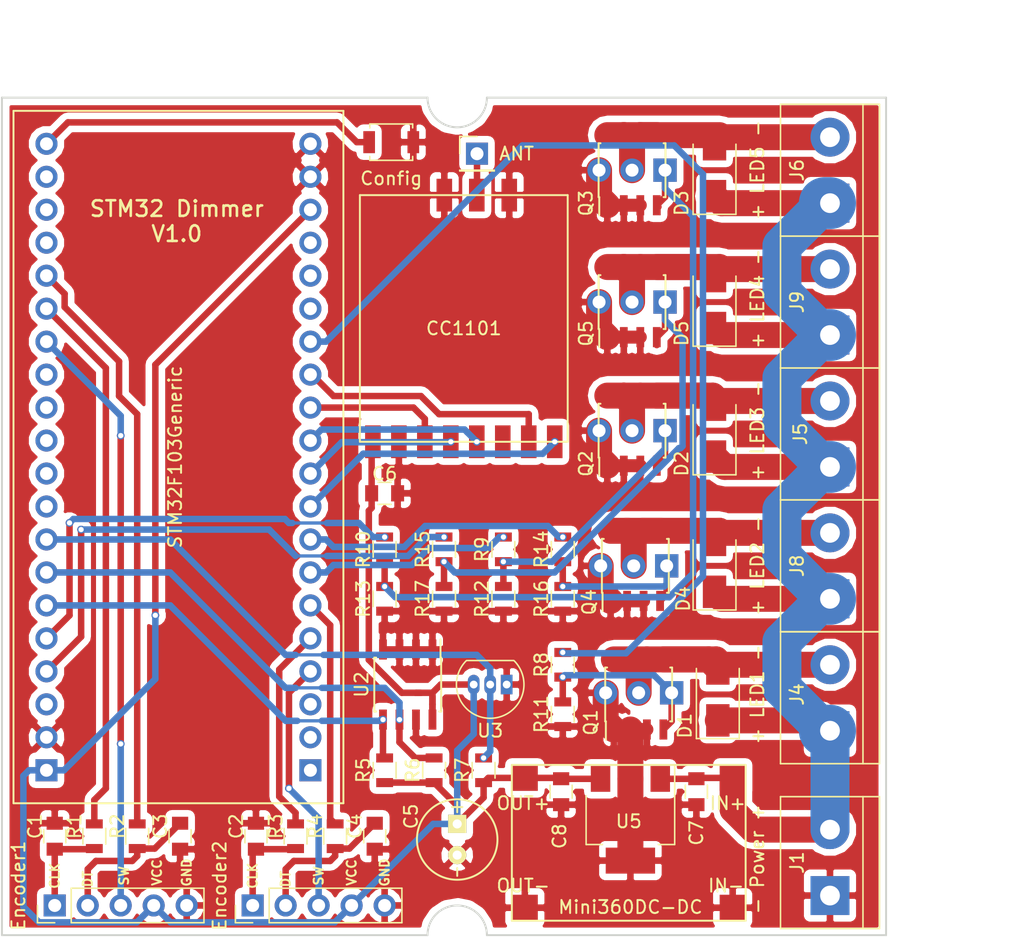
<source format=kicad_pcb>
(kicad_pcb (version 4) (host pcbnew 4.0.7)
  (layers (0 F.Cu signal) (31 B.Cu signal) (34 B.Paste user) (35 F.Paste user) (36 B.SilkS user) (37 F.SilkS user) (38 B.Mask user) (39 F.Mask user) (44 Edge.Cuts user))
  (net 0 "")
  (net 1 "Net-(C1-Pad1)")
  (net 2 GND)
  (net 3 "Net-(C2-Pad1)")
  (net 4 "Net-(C3-Pad1)")
  (net 5 "Net-(C4-Pad1)")
  (net 6 VCC)
  (net 7 +12V)
  (net 8 "Net-(D1-Pad2)")
  (net 9 "Net-(D2-Pad2)")
  (net 10 "Net-(D3-Pad2)")
  (net 11 "Net-(D4-Pad2)")
  (net 12 "Net-(D5-Pad2)")
  (net 13 /MOSI)
  (net 14 /SCLK)
  (net 15 /MISO)
  (net 16 "Net-(IC1-Pad6)")
  (net 17 /GDO0)
  (net 18 /CSN)
  (net 19 "Net-(IC1-Pad9)")
  (net 20 "Net-(Q1-Pad4)")
  (net 21 "Net-(Q2-Pad4)")
  (net 22 "Net-(Q3-Pad4)")
  (net 23 "Net-(Q4-Pad4)")
  (net 24 /CLK1)
  (net 25 /DT1)
  (net 26 /SW1)
  (net 27 /CLK2)
  (net 28 /DT2)
  (net 29 /SW2)
  (net 30 /SDA)
  (net 31 /SCL)
  (net 32 /1WIRE)
  (net 33 /PWM1)
  (net 34 /PWM3)
  (net 35 /PWM5)
  (net 36 /PWM2)
  (net 37 /PWM4)
  (net 38 "Net-(U4-Pad3)")
  (net 39 "Net-(U4-Pad9)")
  (net 40 "Net-(U4-Pad10)")
  (net 41 "Net-(U4-Pad11)")
  (net 42 "Net-(U4-Pad12)")
  (net 43 "Net-(U4-Pad13)")
  (net 44 "Net-(U4-Pad17)")
  (net 45 "Net-(U4-Pad18)")
  (net 46 "Net-(U4-Pad19)")
  (net 47 "Net-(U4-Pad24)")
  (net 48 "Net-(U4-Pad25)")
  (net 49 "Net-(U4-Pad26)")
  (net 50 "Net-(U4-Pad38)")
  (net 51 "Net-(U4-Pad39)")
  (net 52 "Net-(U4-Pad40)")
  (net 53 "Net-(SW1-Pad2)")
  (net 54 "Net-(Q10-Pad1)")
  (module TO_SOT_Packages_THT:TO-220-3_Vertical (layer F.Cu) (at 203.2 73.66 180)
    (fp_text reference Q8 hide)
    (fp_text value IRF3708)
    (pad 1 thru_hole rect (at 0 0 180) (size 1.8 1.8) (drill 1) (layers *.Cu *.Mask) (net 22 "Net-(Q3-Pad4)"))
    (pad 2 thru_hole oval (at 2.54 0 180) (size 1.8 1.8) (drill 1) (layers *.Cu *.Mask) (net 10 "Net-(D3-Pad2)"))
    (pad 3 thru_hole oval (at 5.08 0 180) (size 1.8 1.8) (drill 1) (layers *.Cu *.Mask) (net 2 GND))
  )
  (module TO_SOT_Packages_THT:TO-220-3_Vertical (layer F.Cu) (at 203.2 83.82 180)
    (fp_text reference Q10 hide)
    (fp_text value IRF3708)
    (pad 1 thru_hole rect (at 0 0 180) (size 1.8 1.8) (drill 1) (layers *.Cu *.Mask) (net 54 "Net-(Q10-Pad1)"))
    (pad 2 thru_hole oval (at 2.54 0 180) (size 1.8 1.8) (drill 1) (layers *.Cu *.Mask) (net 12 "Net-(D5-Pad2)"))
    (pad 3 thru_hole oval (at 5.08 0 180) (size 1.8 1.8) (drill 1) (layers *.Cu *.Mask) (net 2 GND))
  )
  (module TO_SOT_Packages_THT:TO-220-3_Vertical (layer F.Cu) (at 203.2 93.726 180)
    (fp_text reference Q7 hide)
    (fp_text value IRF3708)
    (pad 1 thru_hole rect (at 0 0 180) (size 1.8 1.8) (drill 1) (layers *.Cu *.Mask) (net 21 "Net-(Q2-Pad4)"))
    (pad 2 thru_hole oval (at 2.54 0 180) (size 1.8 1.8) (drill 1) (layers *.Cu *.Mask) (net 9 "Net-(D2-Pad2)"))
    (pad 3 thru_hole oval (at 5.08 0 180) (size 1.8 1.8) (drill 1) (layers *.Cu *.Mask) (net 2 GND))
  )
  (module TO_SOT_Packages_THT:TO-220-3_Vertical (layer F.Cu) (at 203.327 104.14 180)
    (fp_text reference Q9 hide)
    (fp_text value IRF3708)
    (pad 1 thru_hole rect (at 0 0 180) (size 1.8 1.8) (drill 1) (layers *.Cu *.Mask) (net 23 "Net-(Q4-Pad4)"))
    (pad 2 thru_hole oval (at 2.54 0 180) (size 1.8 1.8) (drill 1) (layers *.Cu *.Mask) (net 11 "Net-(D4-Pad2)"))
    (pad 3 thru_hole oval (at 5.08 0 180) (size 1.8 1.8) (drill 1) (layers *.Cu *.Mask) (net 2 GND))
  )
  (module TO_SOT_Packages_THT:TO-220-3_Vertical (layer F.Cu) (at 203.708 113.919 180)
    (fp_text reference Q6 hide)
    (fp_text value IRF3708)
    (pad 1 thru_hole rect (at 0 0 180) (size 1.8 1.8) (drill 1) (layers *.Cu *.Mask) (net 20 "Net-(Q1-Pad4)"))
    (pad 2 thru_hole oval (at 2.54 0 180) (size 1.8 1.8) (drill 1) (layers *.Cu *.Mask) (net 8 "Net-(D1-Pad2)"))
    (pad 3 thru_hole oval (at 5.08 0 180) (size 1.8 1.8) (drill 1) (layers *.Cu *.Mask) (net 2 GND))
  )
  (module Modules:STM32F103Generic (layer F.Cu) (at 165.735 104.648 180)
    (fp_text reference U4 hide)
    (fp_text value STM32F103Generic (at 0.254 8.89 270) (layer F.SilkS))
    (pad 1 thru_hole rect (at 10.16 -15.24 180) (size 1.7 1.7) (drill 1) (layers *.Cu *.Mask) (net 6 VCC))
    (pad 2 thru_hole circle (at 10.16 -12.7 180) (size 1.7 1.7) (drill 1) (layers *.Cu *.Mask) (net 2 GND))
    (pad 3 thru_hole circle (at 10.16 -10.16 180) (size 1.7 1.7) (drill 1) (layers *.Cu *.Mask) (net 38 "Net-(U4-Pad3)"))
    (pad 4 thru_hole circle (at 10.16 -7.62 180) (size 1.7 1.7) (drill 1) (layers *.Cu *.Mask) (net 37 /PWM4))
    (pad 5 thru_hole circle (at 10.16 -5.08 180) (size 1.7 1.7) (drill 1) (layers *.Cu *.Mask) (net 35 /PWM5))
    (pad 6 thru_hole circle (at 10.16 -2.54 180) (size 1.7 1.7) (drill 1) (layers *.Cu *.Mask) (net 30 /SDA))
    (pad 7 thru_hole circle (at 10.16 0 180) (size 1.7 1.7) (drill 1) (layers *.Cu *.Mask) (net 31 /SCL))
    (pad 8 thru_hole circle (at 10.16 2.54 180) (size 1.7 1.7) (drill 1) (layers *.Cu *.Mask) (net 32 /1WIRE))
    (pad 9 thru_hole circle (at 10.16 5.08 180) (size 1.7 1.7) (drill 1) (layers *.Cu *.Mask) (net 39 "Net-(U4-Pad9)"))
    (pad 10 thru_hole circle (at 10.16 7.62 180) (size 1.7 1.7) (drill 1) (layers *.Cu *.Mask) (net 40 "Net-(U4-Pad10)"))
    (pad 11 thru_hole circle (at 10.16 10.16 180) (size 1.7 1.7) (drill 1) (layers *.Cu *.Mask) (net 41 "Net-(U4-Pad11)"))
    (pad 12 thru_hole circle (at 10.16 12.7 180) (size 1.7 1.7) (drill 1) (layers *.Cu *.Mask) (net 42 "Net-(U4-Pad12)"))
    (pad 13 thru_hole circle (at 10.16 15.24 180) (size 1.7 1.7) (drill 1) (layers *.Cu *.Mask) (net 43 "Net-(U4-Pad13)"))
    (pad 14 thru_hole circle (at 10.16 17.78 180) (size 1.7 1.7) (drill 1) (layers *.Cu *.Mask) (net 26 /SW1))
    (pad 15 thru_hole circle (at 10.16 20.32 180) (size 1.7 1.7) (drill 1) (layers *.Cu *.Mask) (net 24 /CLK1))
    (pad 16 thru_hole circle (at 10.16 22.86 180) (size 1.7 1.7) (drill 1) (layers *.Cu *.Mask) (net 25 /DT1))
    (pad 17 thru_hole circle (at 10.16 25.4 180) (size 1.7 1.7) (drill 1) (layers *.Cu *.Mask) (net 44 "Net-(U4-Pad17)"))
    (pad 18 thru_hole circle (at 10.16 27.94 180) (size 1.7 1.7) (drill 1) (layers *.Cu *.Mask) (net 45 "Net-(U4-Pad18)"))
    (pad 19 thru_hole circle (at 10.16 30.48 180) (size 1.7 1.7) (drill 1) (layers *.Cu *.Mask) (net 46 "Net-(U4-Pad19)"))
    (pad 20 thru_hole circle (at 10.16 33.02 180) (size 1.7 1.7) (drill 1) (layers *.Cu *.Mask) (net 53 "Net-(SW1-Pad2)"))
    (pad 21 thru_hole circle (at -10.16 33.02 180) (size 1.7 1.7) (drill 1) (layers *.Cu *.Mask) (net 2 GND))
    (pad 22 thru_hole circle (at -10.16 30.48 180) (size 1.7 1.7) (drill 1) (layers *.Cu *.Mask) (net 2 GND))
    (pad 23 thru_hole circle (at -10.16 27.94 180) (size 1.7 1.7) (drill 1) (layers *.Cu *.Mask) (net 6 VCC))
    (pad 24 thru_hole circle (at -10.16 25.4 180) (size 1.7 1.7) (drill 1) (layers *.Cu *.Mask) (net 47 "Net-(U4-Pad24)"))
    (pad 25 thru_hole circle (at -10.16 22.86 180) (size 1.7 1.7) (drill 1) (layers *.Cu *.Mask) (net 48 "Net-(U4-Pad25)"))
    (pad 26 thru_hole circle (at -10.16 20.32 180) (size 1.7 1.7) (drill 1) (layers *.Cu *.Mask) (net 49 "Net-(U4-Pad26)"))
    (pad 27 thru_hole circle (at -10.16 17.78 180) (size 1.7 1.7) (drill 1) (layers *.Cu *.Mask) (net 33 /PWM1))
    (pad 28 thru_hole circle (at -10.16 15.24 180) (size 1.7 1.7) (drill 1) (layers *.Cu *.Mask) (net 17 /GDO0))
    (pad 29 thru_hole circle (at -10.16 12.7 180) (size 1.7 1.7) (drill 1) (layers *.Cu *.Mask) (net 13 /MOSI))
    (pad 30 thru_hole circle (at -10.16 10.16 180) (size 1.7 1.7) (drill 1) (layers *.Cu *.Mask) (net 15 /MISO))
    (pad 31 thru_hole circle (at -10.16 7.62 180) (size 1.7 1.7) (drill 1) (layers *.Cu *.Mask) (net 14 /SCLK))
    (pad 32 thru_hole circle (at -10.16 5.08 180) (size 1.7 1.7) (drill 1) (layers *.Cu *.Mask) (net 18 /CSN))
    (pad 33 thru_hole circle (at -10.16 2.54 180) (size 1.7 1.7) (drill 1) (layers *.Cu *.Mask) (net 36 /PWM2))
    (pad 34 thru_hole circle (at -10.16 0 180) (size 1.7 1.7) (drill 1) (layers *.Cu *.Mask) (net 34 /PWM3))
    (pad 35 thru_hole circle (at -10.16 -2.54 180) (size 1.7 1.7) (drill 1) (layers *.Cu *.Mask) (net 28 /DT2))
    (pad 36 thru_hole circle (at -10.16 -5.08 180) (size 1.7 1.7) (drill 1) (layers *.Cu *.Mask) (net 27 /CLK2))
    (pad 37 thru_hole circle (at -10.16 -7.62 180) (size 1.7 1.7) (drill 1) (layers *.Cu *.Mask) (net 29 /SW2))
    (pad 38 thru_hole circle (at -10.16 -10.16 180) (size 1.7 1.7) (drill 1) (layers *.Cu *.Mask) (net 50 "Net-(U4-Pad38)"))
    (pad 39 thru_hole circle (at -10.16 -12.7 180) (size 1.7 1.7) (drill 1) (layers *.Cu *.Mask) (net 51 "Net-(U4-Pad39)"))
    (pad 40 thru_hole rect (at -10.16 -15.24 180) (size 1.7 1.7) (drill 1) (layers *.Cu *.Mask) (net 52 "Net-(U4-Pad40)"))
  )
  (module Housings_SOIC:SOIC-8_3.9x4.9mm_Pitch1.27mm (layer F.Cu) (at 183.388 113.284 270)
    (fp_text reference U2 (at 0 3.556 270) (layer F.SilkS))
    (fp_text value AT24CS32)
    (pad 1 smd rect (at -2.7 -1.905 270) (size 1.55 0.6) (layers F.Cu F.Paste F.Mask) (net 2 GND))
    (pad 2 smd rect (at -2.7 -0.635 270) (size 1.55 0.6) (layers F.Cu F.Paste F.Mask) (net 2 GND))
    (pad 3 smd rect (at -2.7 0.635 270) (size 1.55 0.6) (layers F.Cu F.Paste F.Mask) (net 2 GND))
    (pad 4 smd rect (at -2.7 1.905 270) (size 1.55 0.6) (layers F.Cu F.Paste F.Mask) (net 2 GND))
    (pad 5 smd rect (at 2.7 1.905 270) (size 1.55 0.6) (layers F.Cu F.Paste F.Mask) (net 30 /SDA))
    (pad 6 smd rect (at 2.7 0.635 270) (size 1.55 0.6) (layers F.Cu F.Paste F.Mask) (net 31 /SCL))
    (pad 7 smd rect (at 2.7 -0.635 270) (size 1.55 0.6) (layers F.Cu F.Paste F.Mask) (net 2 GND))
    (pad 8 smd rect (at 2.7 -1.905 270) (size 1.55 0.6) (layers F.Cu F.Paste F.Mask) (net 6 VCC))
  )
  (module Modules:CC1101_Module (layer F.Cu) (at 187.706 84.582)
    (fp_text reference IC1 hide)
    (fp_text value CC1101 (at 0 1.27) (layer F.SilkS))
    (pad 1 smd rect (at -7 10) (size 1.2 2.524) (layers F.Cu F.Paste F.Mask) (net 6 VCC))
    (pad 2 smd rect (at -5 10) (size 1.2 2.524) (layers F.Cu F.Paste F.Mask) (net 2 GND))
    (pad 3 smd rect (at -3 10) (size 1.2 2.524) (layers F.Cu F.Paste F.Mask) (net 13 /MOSI))
    (pad 4 smd rect (at -1 10) (size 1.2 2.524) (layers F.Cu F.Paste F.Mask) (net 14 /SCLK))
    (pad 5 smd rect (at 1 10) (size 1.2 2.524) (layers F.Cu F.Paste F.Mask) (net 15 /MISO))
    (pad 6 smd rect (at 3 10) (size 1.2 2.524) (layers F.Cu F.Paste F.Mask) (net 16 "Net-(IC1-Pad6)"))
    (pad 7 smd rect (at 5 10) (size 1.2 2.524) (layers F.Cu F.Paste F.Mask) (net 17 /GDO0))
    (pad 8 smd rect (at 7 10) (size 1.2 2.524) (layers F.Cu F.Paste F.Mask) (net 18 /CSN))
    (pad 9 smd rect (at 1 -9) (size 1.2 2.524) (layers F.Cu F.Paste F.Mask) (net 19 "Net-(IC1-Pad9)"))
    (pad 10 smd rect (at -1.5 -9) (size 1.2 2.524) (layers F.Cu F.Paste F.Mask) (net 2 GND))
    (pad 11 smd rect (at 3.5 -9) (size 1.2 2.524) (layers F.Cu F.Paste F.Mask) (net 2 GND))
  )
  (module Capacitors_SMD:C_0805 (layer F.Cu) (at 165.862 124.968 270)
    (fp_text reference C3 (at -0.762 1.524 270) (layer F.SilkS))
    (fp_text value 100n)
    (pad 1 smd rect (at -1 0 270) (size 1 1.25) (layers F.Cu F.Paste F.Mask) (net 4 "Net-(C3-Pad1)"))
    (pad 2 smd rect (at 1 0 270) (size 1 1.25) (layers F.Cu F.Paste F.Mask) (net 2 GND))
  )
  (module Capacitors_SMD:C_0805 (layer F.Cu) (at 180.848 124.968 270)
    (fp_text reference C4 (at -0.762 1.524 270) (layer F.SilkS))
    (fp_text value 100n)
    (pad 1 smd rect (at -1 0 270) (size 1 1.25) (layers F.Cu F.Paste F.Mask) (net 5 "Net-(C4-Pad1)"))
    (pad 2 smd rect (at 1 0 270) (size 1 1.25) (layers F.Cu F.Paste F.Mask) (net 2 GND))
  )
  (module Capacitors_SMD:C_0805 (layer F.Cu) (at 181.61 98.552)
    (fp_text reference C6 (at 0 -1.5) (layer F.SilkS))
    (fp_text value 100n)
    (pad 1 smd rect (at -1 0) (size 1 1.25) (layers F.Cu F.Paste F.Mask) (net 6 VCC))
    (pad 2 smd rect (at 1 0) (size 1 1.25) (layers F.Cu F.Paste F.Mask) (net 2 GND))
  )
  (module Diodes_SMD:D_SMA (layer F.Cu) (at 207.264 114.046 90)
    (fp_text reference D1 (at -2.413 -2.54 90) (layer F.SilkS))
    (fp_text value SS14)
    (pad 1 smd rect (at -2 0 90) (size 2.5 1.8) (layers F.Cu F.Paste F.Mask) (net 7 +12V))
    (pad 2 smd rect (at 2 0 90) (size 2.5 1.8) (layers F.Cu F.Paste F.Mask) (net 8 "Net-(D1-Pad2)"))
  )
  (module Diodes_SMD:D_SMA (layer F.Cu) (at 207.01 93.726 90)
    (fp_text reference D2 (at -2.54 -2.54 90) (layer F.SilkS))
    (fp_text value SS14)
    (pad 1 smd rect (at -2 0 90) (size 2.5 1.8) (layers F.Cu F.Paste F.Mask) (net 7 +12V))
    (pad 2 smd rect (at 2 0 90) (size 2.5 1.8) (layers F.Cu F.Paste F.Mask) (net 9 "Net-(D2-Pad2)"))
  )
  (module Diodes_SMD:D_SMA (layer F.Cu) (at 207.01 73.66 90)
    (fp_text reference D3 (at -2.54 -2.54 90) (layer F.SilkS))
    (fp_text value SS14)
    (pad 1 smd rect (at -2 0 90) (size 2.5 1.8) (layers F.Cu F.Paste F.Mask) (net 7 +12V))
    (pad 2 smd rect (at 2 0 90) (size 2.5 1.8) (layers F.Cu F.Paste F.Mask) (net 10 "Net-(D3-Pad2)"))
  )
  (module Diodes_SMD:D_SMA (layer F.Cu) (at 207.01 104.14 90)
    (fp_text reference D4 (at -2.54 -2.413 90) (layer F.SilkS))
    (fp_text value SS14)
    (pad 1 smd rect (at -2 0 90) (size 2.5 1.8) (layers F.Cu F.Paste F.Mask) (net 7 +12V))
    (pad 2 smd rect (at 2 0 90) (size 2.5 1.8) (layers F.Cu F.Paste F.Mask) (net 11 "Net-(D4-Pad2)"))
  )
  (module Diodes_SMD:D_SMA (layer F.Cu) (at 207.01 83.82 90)
    (fp_text reference D5 (at -2.413 -2.54 90) (layer F.SilkS))
    (fp_text value SS14)
    (pad 1 smd rect (at -2 0 90) (size 2.5 1.8) (layers F.Cu F.Paste F.Mask) (net 7 +12V))
    (pad 2 smd rect (at 2 0 90) (size 2.5 1.8) (layers F.Cu F.Paste F.Mask) (net 12 "Net-(D5-Pad2)"))
  )
  (module Terminal_Blocks:TerminalBlock_bornier-2_P5.08mm (layer F.Cu) (at 215.9 129.54 90)
    (fp_text reference J1 (at 2.54 -2.54 90) (layer F.SilkS))
    (fp_text value "- Power +" (at 2.794 -5.588 90) (layer F.SilkS))
    (pad 1 thru_hole rect (at 0 0 90) (size 3 3) (drill 1.52) (layers *.Cu *.Mask) (net 2 GND))
    (pad 2 thru_hole circle (at 5.08 0 90) (size 3 3) (drill 1.52) (layers *.Cu *.Mask) (net 7 +12V))
  )
  (module Pin_Headers:Pin_Header_Straight_1x05_Pitch2.54mm (layer F.Cu) (at 156.21 130.302 90)
    (fp_text reference J2 hide)
    (fp_text value Encoder1 (at 1.524 -2.794 270) (layer F.SilkS))
    (pad 1 thru_hole rect (at 0 0 90) (size 1.7 1.7) (drill 1) (layers *.Cu *.Mask) (net 1 "Net-(C1-Pad1)"))
    (pad 2 thru_hole oval (at 0 2.54 90) (size 1.7 1.7) (drill 1) (layers *.Cu *.Mask) (net 4 "Net-(C3-Pad1)"))
    (pad 3 thru_hole oval (at 0 5.08 90) (size 1.7 1.7) (drill 1) (layers *.Cu *.Mask) (net 26 /SW1))
    (pad 4 thru_hole oval (at 0 7.62 90) (size 1.7 1.7) (drill 1) (layers *.Cu *.Mask) (net 6 VCC))
    (pad 5 thru_hole oval (at 0 10.16 90) (size 1.7 1.7) (drill 1) (layers *.Cu *.Mask) (net 2 GND))
  )
  (module Pin_Headers:Pin_Header_Straight_1x05_Pitch2.54mm (layer F.Cu) (at 171.45 130.302 90)
    (fp_text reference J3 hide)
    (fp_text value Encoder2 (at 1.524 -2.54 270) (layer F.SilkS))
    (pad 1 thru_hole rect (at 0 0 90) (size 1.7 1.7) (drill 1) (layers *.Cu *.Mask) (net 3 "Net-(C2-Pad1)"))
    (pad 2 thru_hole oval (at 0 2.54 90) (size 1.7 1.7) (drill 1) (layers *.Cu *.Mask) (net 5 "Net-(C4-Pad1)"))
    (pad 3 thru_hole oval (at 0 5.08 90) (size 1.7 1.7) (drill 1) (layers *.Cu *.Mask) (net 29 /SW2))
    (pad 4 thru_hole oval (at 0 7.62 90) (size 1.7 1.7) (drill 1) (layers *.Cu *.Mask) (net 6 VCC))
    (pad 5 thru_hole oval (at 0 10.16 90) (size 1.7 1.7) (drill 1) (layers *.Cu *.Mask) (net 2 GND))
  )
  (module Terminal_Blocks:TerminalBlock_bornier-2_P5.08mm (layer F.Cu) (at 215.9 116.84 90)
    (fp_text reference J4 (at 2.794 -2.54 90) (layer F.SilkS))
    (fp_text value "+ LED1 -" (at 2.794 -5.588 90) (layer F.SilkS))
    (pad 1 thru_hole rect (at 0 0 90) (size 3 3) (drill 1.52) (layers *.Cu *.Mask) (net 7 +12V))
    (pad 2 thru_hole circle (at 5.08 0 90) (size 3 3) (drill 1.52) (layers *.Cu *.Mask) (net 8 "Net-(D1-Pad2)"))
  )
  (module Terminal_Blocks:TerminalBlock_bornier-2_P5.08mm (layer F.Cu) (at 215.9 96.52 90)
    (fp_text reference J5 (at 2.54 -2.286 90) (layer F.SilkS))
    (fp_text value "+ LED3 -" (at 2.794 -5.588 90) (layer F.SilkS))
    (pad 1 thru_hole rect (at 0 0 90) (size 3 3) (drill 1.52) (layers *.Cu *.Mask) (net 7 +12V))
    (pad 2 thru_hole circle (at 5.08 0 90) (size 3 3) (drill 1.52) (layers *.Cu *.Mask) (net 9 "Net-(D2-Pad2)"))
  )
  (module Terminal_Blocks:TerminalBlock_bornier-2_P5.08mm (layer F.Cu) (at 215.9 76.2 90)
    (fp_text reference J6 (at 2.54 -2.54 90) (layer F.SilkS))
    (fp_text value "+ LED5 -" (at 2.54 -5.588 90) (layer F.SilkS))
    (pad 1 thru_hole rect (at 0 0 90) (size 3 3) (drill 1.52) (layers *.Cu *.Mask) (net 7 +12V))
    (pad 2 thru_hole circle (at 5.08 0 90) (size 3 3) (drill 1.52) (layers *.Cu *.Mask) (net 10 "Net-(D3-Pad2)"))
  )
  (module Pin_Headers:Pin_Header_Straight_1x01_Pitch2.54mm (layer F.Cu) (at 188.722 72.39)
    (fp_text reference J7 hide)
    (fp_text value ANT (at 3.048 0) (layer F.SilkS))
    (pad 1 thru_hole rect (at 0 0) (size 1.7 1.7) (drill 1) (layers *.Cu *.Mask) (net 19 "Net-(IC1-Pad9)"))
  )
  (module Terminal_Blocks:TerminalBlock_bornier-2_P5.08mm (layer F.Cu) (at 215.9 106.68 90)
    (fp_text reference J8 (at 2.54 -2.54 90) (layer F.SilkS))
    (fp_text value "+ LED2 -" (at 2.54 -5.588 90) (layer F.SilkS))
    (pad 1 thru_hole rect (at 0 0 90) (size 3 3) (drill 1.52) (layers *.Cu *.Mask) (net 7 +12V))
    (pad 2 thru_hole circle (at 5.08 0 90) (size 3 3) (drill 1.52) (layers *.Cu *.Mask) (net 11 "Net-(D4-Pad2)"))
  )
  (module Terminal_Blocks:TerminalBlock_bornier-2_P5.08mm (layer F.Cu) (at 215.9 86.36 90)
    (fp_text reference J9 (at 2.54 -2.54 90) (layer F.SilkS))
    (fp_text value "+ LED4 -" (at 2.794 -5.588 90) (layer F.SilkS))
    (pad 1 thru_hole rect (at 0 0 90) (size 3 3) (drill 1.52) (layers *.Cu *.Mask) (net 7 +12V))
    (pad 2 thru_hole circle (at 5.08 0 90) (size 3 3) (drill 1.52) (layers *.Cu *.Mask) (net 12 "Net-(D5-Pad2)"))
  )
  (module Housings_SOIC:SOIC-8_3.9x4.9mm_Pitch1.27mm (layer F.Cu) (at 201.168 114.046 90)
    (fp_text reference Q1 (at -2.159 -3.683 90) (layer F.SilkS))
    (fp_text value IRF7413)
    (pad 1 smd rect (at -2.7 -1.905 90) (size 1.55 0.6) (layers F.Cu F.Paste F.Mask) (net 2 GND))
    (pad 2 smd rect (at -2.7 -0.635 90) (size 1.55 0.6) (layers F.Cu F.Paste F.Mask) (net 2 GND))
    (pad 3 smd rect (at -2.7 0.635 90) (size 1.55 0.6) (layers F.Cu F.Paste F.Mask) (net 2 GND))
    (pad 4 smd rect (at -2.7 1.905 90) (size 1.55 0.6) (layers F.Cu F.Paste F.Mask) (net 20 "Net-(Q1-Pad4)"))
    (pad 5 smd rect (at 2.7 1.905 90) (size 1.55 0.6) (layers F.Cu F.Paste F.Mask) (net 8 "Net-(D1-Pad2)"))
    (pad 6 smd rect (at 2.7 0.635 90) (size 1.55 0.6) (layers F.Cu F.Paste F.Mask) (net 8 "Net-(D1-Pad2)"))
    (pad 7 smd rect (at 2.7 -0.635 90) (size 1.55 0.6) (layers F.Cu F.Paste F.Mask) (net 8 "Net-(D1-Pad2)"))
    (pad 8 smd rect (at 2.7 -1.905 90) (size 1.55 0.6) (layers F.Cu F.Paste F.Mask) (net 8 "Net-(D1-Pad2)"))
  )
  (module Housings_SOIC:SOIC-8_3.9x4.9mm_Pitch1.27mm (layer F.Cu) (at 200.66 93.726 90)
    (fp_text reference Q2 (at -2.54 -3.556 90) (layer F.SilkS))
    (fp_text value IRF7413)
    (pad 1 smd rect (at -2.7 -1.905 90) (size 1.55 0.6) (layers F.Cu F.Paste F.Mask) (net 2 GND))
    (pad 2 smd rect (at -2.7 -0.635 90) (size 1.55 0.6) (layers F.Cu F.Paste F.Mask) (net 2 GND))
    (pad 3 smd rect (at -2.7 0.635 90) (size 1.55 0.6) (layers F.Cu F.Paste F.Mask) (net 2 GND))
    (pad 4 smd rect (at -2.7 1.905 90) (size 1.55 0.6) (layers F.Cu F.Paste F.Mask) (net 21 "Net-(Q2-Pad4)"))
    (pad 5 smd rect (at 2.7 1.905 90) (size 1.55 0.6) (layers F.Cu F.Paste F.Mask) (net 9 "Net-(D2-Pad2)"))
    (pad 6 smd rect (at 2.7 0.635 90) (size 1.55 0.6) (layers F.Cu F.Paste F.Mask) (net 9 "Net-(D2-Pad2)"))
    (pad 7 smd rect (at 2.7 -0.635 90) (size 1.55 0.6) (layers F.Cu F.Paste F.Mask) (net 9 "Net-(D2-Pad2)"))
    (pad 8 smd rect (at 2.7 -1.905 90) (size 1.55 0.6) (layers F.Cu F.Paste F.Mask) (net 9 "Net-(D2-Pad2)"))
  )
  (module Housings_SOIC:SOIC-8_3.9x4.9mm_Pitch1.27mm (layer F.Cu) (at 200.66 73.66 90)
    (fp_text reference Q3 (at -2.54 -3.556 90) (layer F.SilkS))
    (fp_text value IRF7413)
    (pad 1 smd rect (at -2.7 -1.905 90) (size 1.55 0.6) (layers F.Cu F.Paste F.Mask) (net 2 GND))
    (pad 2 smd rect (at -2.7 -0.635 90) (size 1.55 0.6) (layers F.Cu F.Paste F.Mask) (net 2 GND))
    (pad 3 smd rect (at -2.7 0.635 90) (size 1.55 0.6) (layers F.Cu F.Paste F.Mask) (net 2 GND))
    (pad 4 smd rect (at -2.7 1.905 90) (size 1.55 0.6) (layers F.Cu F.Paste F.Mask) (net 22 "Net-(Q3-Pad4)"))
    (pad 5 smd rect (at 2.7 1.905 90) (size 1.55 0.6) (layers F.Cu F.Paste F.Mask) (net 10 "Net-(D3-Pad2)"))
    (pad 6 smd rect (at 2.7 0.635 90) (size 1.55 0.6) (layers F.Cu F.Paste F.Mask) (net 10 "Net-(D3-Pad2)"))
    (pad 7 smd rect (at 2.7 -0.635 90) (size 1.55 0.6) (layers F.Cu F.Paste F.Mask) (net 10 "Net-(D3-Pad2)"))
    (pad 8 smd rect (at 2.7 -1.905 90) (size 1.55 0.6) (layers F.Cu F.Paste F.Mask) (net 10 "Net-(D3-Pad2)"))
  )
  (module Housings_SOIC:SOIC-8_3.9x4.9mm_Pitch1.27mm (layer F.Cu) (at 200.914 104.14 90)
    (fp_text reference Q4 (at -2.794 -3.556 90) (layer F.SilkS))
    (fp_text value IRF7413)
    (pad 1 smd rect (at -2.7 -1.905 90) (size 1.55 0.6) (layers F.Cu F.Paste F.Mask) (net 2 GND))
    (pad 2 smd rect (at -2.7 -0.635 90) (size 1.55 0.6) (layers F.Cu F.Paste F.Mask) (net 2 GND))
    (pad 3 smd rect (at -2.7 0.635 90) (size 1.55 0.6) (layers F.Cu F.Paste F.Mask) (net 2 GND))
    (pad 4 smd rect (at -2.7 1.905 90) (size 1.55 0.6) (layers F.Cu F.Paste F.Mask) (net 23 "Net-(Q4-Pad4)"))
    (pad 5 smd rect (at 2.7 1.905 90) (size 1.55 0.6) (layers F.Cu F.Paste F.Mask) (net 11 "Net-(D4-Pad2)"))
    (pad 6 smd rect (at 2.7 0.635 90) (size 1.55 0.6) (layers F.Cu F.Paste F.Mask) (net 11 "Net-(D4-Pad2)"))
    (pad 7 smd rect (at 2.7 -0.635 90) (size 1.55 0.6) (layers F.Cu F.Paste F.Mask) (net 11 "Net-(D4-Pad2)"))
    (pad 8 smd rect (at 2.7 -1.905 90) (size 1.55 0.6) (layers F.Cu F.Paste F.Mask) (net 11 "Net-(D4-Pad2)"))
  )
  (module Housings_SOIC:SOIC-8_3.9x4.9mm_Pitch1.27mm (layer F.Cu) (at 200.66 83.82 90)
    (fp_text reference Q5 (at -2.413 -3.556 90) (layer F.SilkS))
    (fp_text value IRF7413)
    (pad 1 smd rect (at -2.7 -1.905 90) (size 1.55 0.6) (layers F.Cu F.Paste F.Mask) (net 2 GND))
    (pad 2 smd rect (at -2.7 -0.635 90) (size 1.55 0.6) (layers F.Cu F.Paste F.Mask) (net 2 GND))
    (pad 3 smd rect (at -2.7 0.635 90) (size 1.55 0.6) (layers F.Cu F.Paste F.Mask) (net 2 GND))
    (pad 4 smd rect (at -2.7 1.905 90) (size 1.55 0.6) (layers F.Cu F.Paste F.Mask) (net 54 "Net-(Q10-Pad1)"))
    (pad 5 smd rect (at 2.7 1.905 90) (size 1.55 0.6) (layers F.Cu F.Paste F.Mask) (net 12 "Net-(D5-Pad2)"))
    (pad 6 smd rect (at 2.7 0.635 90) (size 1.55 0.6) (layers F.Cu F.Paste F.Mask) (net 12 "Net-(D5-Pad2)"))
    (pad 7 smd rect (at 2.7 -0.635 90) (size 1.55 0.6) (layers F.Cu F.Paste F.Mask) (net 12 "Net-(D5-Pad2)"))
    (pad 8 smd rect (at 2.7 -1.905 90) (size 1.55 0.6) (layers F.Cu F.Paste F.Mask) (net 12 "Net-(D5-Pad2)"))
  )
  (module Resistors_SMD:R_0805 (layer F.Cu) (at 159.258 124.968 270)
    (fp_text reference R1 (at -0.762 1.524 270) (layer F.SilkS))
    (fp_text value 10k)
    (pad 1 smd rect (at -0.95 0 270) (size 0.7 1.3) (layers F.Cu F.Paste F.Mask) (net 24 /CLK1))
    (pad 2 smd rect (at 0.95 0 270) (size 0.7 1.3) (layers F.Cu F.Paste F.Mask) (net 1 "Net-(C1-Pad1)"))
  )
  (module Resistors_SMD:R_0805 (layer F.Cu) (at 162.56 124.968 270)
    (fp_text reference R2 (at -0.762 1.524 270) (layer F.SilkS))
    (fp_text value 10k)
    (pad 1 smd rect (at -0.95 0 270) (size 0.7 1.3) (layers F.Cu F.Paste F.Mask) (net 25 /DT1))
    (pad 2 smd rect (at 0.95 0 270) (size 0.7 1.3) (layers F.Cu F.Paste F.Mask) (net 4 "Net-(C3-Pad1)"))
  )
  (module Resistors_SMD:R_0805 (layer F.Cu) (at 177.8 124.968 270)
    (fp_text reference R4 (at -0.762 1.524 270) (layer F.SilkS))
    (fp_text value 10k)
    (pad 1 smd rect (at -0.95 0 270) (size 0.7 1.3) (layers F.Cu F.Paste F.Mask) (net 28 /DT2))
    (pad 2 smd rect (at 0.95 0 270) (size 0.7 1.3) (layers F.Cu F.Paste F.Mask) (net 5 "Net-(C4-Pad1)"))
  )
  (module Resistors_SMD:R_0805 (layer F.Cu) (at 181.61 119.888 90)
    (fp_text reference R5 (at 0 -1.65 90) (layer F.SilkS))
    (fp_text value 4k7)
    (pad 1 smd rect (at -0.95 0 90) (size 0.7 1.3) (layers F.Cu F.Paste F.Mask) (net 6 VCC))
    (pad 2 smd rect (at 0.95 0 90) (size 0.7 1.3) (layers F.Cu F.Paste F.Mask) (net 30 /SDA))
  )
  (module Resistors_SMD:R_0805 (layer F.Cu) (at 195.326 111.76 90)
    (fp_text reference R8 (at 0 -1.65 90) (layer F.SilkS))
    (fp_text value 100R)
    (pad 1 smd rect (at -0.95 0 90) (size 0.7 1.3) (layers F.Cu F.Paste F.Mask) (net 20 "Net-(Q1-Pad4)"))
    (pad 2 smd rect (at 0.95 0 90) (size 0.7 1.3) (layers F.Cu F.Paste F.Mask) (net 33 /PWM1))
  )
  (module Resistors_SMD:R_0805 (layer F.Cu) (at 190.754 102.87 90)
    (fp_text reference R9 (at 0 -1.65 90) (layer F.SilkS))
    (fp_text value 100R)
    (pad 1 smd rect (at -0.95 0 90) (size 0.7 1.3) (layers F.Cu F.Paste F.Mask) (net 21 "Net-(Q2-Pad4)"))
    (pad 2 smd rect (at 0.95 0 90) (size 0.7 1.3) (layers F.Cu F.Paste F.Mask) (net 34 /PWM3))
  )
  (module Resistors_SMD:R_0805 (layer F.Cu) (at 181.61 102.87 90)
    (fp_text reference R10 (at 0 -1.65 90) (layer F.SilkS))
    (fp_text value 100R)
    (pad 1 smd rect (at -0.95 0 90) (size 0.7 1.3) (layers F.Cu F.Paste F.Mask) (net 22 "Net-(Q3-Pad4)"))
    (pad 2 smd rect (at 0.95 0 90) (size 0.7 1.3) (layers F.Cu F.Paste F.Mask) (net 35 /PWM5))
  )
  (module Resistors_SMD:R_0805 (layer F.Cu) (at 195.326 115.57 90)
    (fp_text reference R11 (at 0 -1.65 90) (layer F.SilkS))
    (fp_text value 100k)
    (pad 1 smd rect (at -0.95 0 90) (size 0.7 1.3) (layers F.Cu F.Paste F.Mask) (net 2 GND))
    (pad 2 smd rect (at 0.95 0 90) (size 0.7 1.3) (layers F.Cu F.Paste F.Mask) (net 20 "Net-(Q1-Pad4)"))
  )
  (module Resistors_SMD:R_0805 (layer F.Cu) (at 190.754 106.68 90)
    (fp_text reference R12 (at 0 -1.65 90) (layer F.SilkS))
    (fp_text value 100k)
    (pad 1 smd rect (at -0.95 0 90) (size 0.7 1.3) (layers F.Cu F.Paste F.Mask) (net 2 GND))
    (pad 2 smd rect (at 0.95 0 90) (size 0.7 1.3) (layers F.Cu F.Paste F.Mask) (net 21 "Net-(Q2-Pad4)"))
  )
  (module Resistors_SMD:R_0805 (layer F.Cu) (at 181.61 106.68 90)
    (fp_text reference R13 (at 0 -1.65 90) (layer F.SilkS))
    (fp_text value 100k)
    (pad 1 smd rect (at -0.95 0 90) (size 0.7 1.3) (layers F.Cu F.Paste F.Mask) (net 2 GND))
    (pad 2 smd rect (at 0.95 0 90) (size 0.7 1.3) (layers F.Cu F.Paste F.Mask) (net 22 "Net-(Q3-Pad4)"))
  )
  (module Resistors_SMD:R_0805 (layer F.Cu) (at 195.326 102.87 90)
    (fp_text reference R14 (at 0 -1.65 90) (layer F.SilkS))
    (fp_text value 100R)
    (pad 1 smd rect (at -0.95 0 90) (size 0.7 1.3) (layers F.Cu F.Paste F.Mask) (net 23 "Net-(Q4-Pad4)"))
    (pad 2 smd rect (at 0.95 0 90) (size 0.7 1.3) (layers F.Cu F.Paste F.Mask) (net 36 /PWM2))
  )
  (module Resistors_SMD:R_0805 (layer F.Cu) (at 186.182 102.87 90)
    (fp_text reference R15 (at 0 -1.65 90) (layer F.SilkS))
    (fp_text value 100R)
    (pad 1 smd rect (at -0.95 0 90) (size 0.7 1.3) (layers F.Cu F.Paste F.Mask) (net 54 "Net-(Q10-Pad1)"))
    (pad 2 smd rect (at 0.95 0 90) (size 0.7 1.3) (layers F.Cu F.Paste F.Mask) (net 37 /PWM4))
  )
  (module Resistors_SMD:R_0805 (layer F.Cu) (at 195.326 106.68 90)
    (fp_text reference R16 (at 0 -1.65 90) (layer F.SilkS))
    (fp_text value 100k)
    (pad 1 smd rect (at -0.95 0 90) (size 0.7 1.3) (layers F.Cu F.Paste F.Mask) (net 2 GND))
    (pad 2 smd rect (at 0.95 0 90) (size 0.7 1.3) (layers F.Cu F.Paste F.Mask) (net 23 "Net-(Q4-Pad4)"))
  )
  (module Resistors_SMD:R_0805 (layer F.Cu) (at 186.182 106.68 90)
    (fp_text reference R17 (at 0 -1.65 90) (layer F.SilkS))
    (fp_text value 100k)
    (pad 1 smd rect (at -0.95 0 90) (size 0.7 1.3) (layers F.Cu F.Paste F.Mask) (net 2 GND))
    (pad 2 smd rect (at 0.95 0 90) (size 0.7 1.3) (layers F.Cu F.Paste F.Mask) (net 54 "Net-(Q10-Pad1)"))
  )
  (module Buttons_Switches_SMD:SW_SPST_B3U-1000P (layer F.Cu) (at 182.118 71.501 180)
    (fp_text reference SW1 hide)
    (fp_text value Config (at 0 -2.794 180) (layer F.SilkS))
    (pad 1 smd rect (at -1.7 0 180) (size 0.9 1.7) (layers F.Cu F.Paste F.Mask) (net 2 GND))
    (pad 2 smd rect (at 1.7 0 180) (size 0.9 1.7) (layers F.Cu F.Paste F.Mask) (net 53 "Net-(SW1-Pad2)"))
  )
  (module TO_SOT_Packages_THT:TO-92_Inline_Narrow_Oval (layer F.Cu) (at 191.008 113.284 180)
    (fp_text reference U3 (at 1.27 -3.56 180) (layer F.SilkS))
    (fp_text value DS18B20)
    (pad 2 thru_hole oval (at 1.27 0) (size 0.9 1.5) (drill 0.6) (layers *.Cu *.Mask) (net 32 /1WIRE))
    (pad 3 thru_hole oval (at 2.54 0) (size 0.9 1.5) (drill 0.6) (layers *.Cu *.Mask) (net 6 VCC))
    (pad 1 thru_hole rect (at 0 0) (size 0.9 1.5) (drill 0.6) (layers *.Cu *.Mask) (net 2 GND))
  )
  (module Capacitors_SMD:C_0805 (layer F.Cu) (at 156.21 124.968 90)
    (fp_text reference C1 (at 0.762 -1.524 90) (layer F.SilkS))
    (fp_text value 100n)
    (pad 1 smd rect (at -1 0 90) (size 1 1.25) (layers F.Cu F.Paste F.Mask) (net 1 "Net-(C1-Pad1)"))
    (pad 2 smd rect (at 1 0 90) (size 1 1.25) (layers F.Cu F.Paste F.Mask) (net 2 GND))
  )
  (module Capacitors_SMD:C_0805 (layer F.Cu) (at 171.704 124.968 90)
    (fp_text reference C2 (at 0.762 -1.524 90) (layer F.SilkS))
    (fp_text value 100n)
    (pad 1 smd rect (at -1 0 90) (size 1 1.25) (layers F.Cu F.Paste F.Mask) (net 3 "Net-(C2-Pad1)"))
    (pad 2 smd rect (at 1 0 90) (size 1 1.25) (layers F.Cu F.Paste F.Mask) (net 2 GND))
  )
  (module Capacitors:RADIAL_2.5mm_6.3mm (layer F.Cu) (at 187.198 125.222 90)
    (fp_text reference C5 (at 1.778 -3.556 270) (layer F.SilkS))
    (fp_text value 100µ hide)
    (pad 1 thru_hole rect (at 1.2 0 90) (size 1.4 1.4) (drill 0.7) (layers *.Cu *.Mask F.SilkS) (net 6 VCC))
    (pad 2 thru_hole circle (at -1.2 0 90) (size 1.4 1.4) (drill 0.7) (layers *.Cu *.Mask F.SilkS) (net 2 GND))
  )
  (module Resistors_SMD:R_0805 (layer F.Cu) (at 174.752 124.968 270)
    (fp_text reference R3 (at -0.762 1.524 270) (layer F.SilkS))
    (fp_text value 10k)
    (pad 1 smd rect (at -0.95 0 270) (size 0.7 1.3) (layers F.Cu F.Paste F.Mask) (net 27 /CLK2))
    (pad 2 smd rect (at 0.95 0 270) (size 0.7 1.3) (layers F.Cu F.Paste F.Mask) (net 3 "Net-(C2-Pad1)"))
  )
  (module Resistors_SMD:R_0805 (layer F.Cu) (at 185.42 119.888 90)
    (fp_text reference R6 (at 0 -1.65 90) (layer F.SilkS))
    (fp_text value 4k7)
    (pad 1 smd rect (at -0.95 0 90) (size 0.7 1.3) (layers F.Cu F.Paste F.Mask) (net 6 VCC))
    (pad 2 smd rect (at 0.95 0 90) (size 0.7 1.3) (layers F.Cu F.Paste F.Mask) (net 31 /SCL))
  )
  (module Resistors_SMD:R_0805 (layer F.Cu) (at 189.23 119.888 90)
    (fp_text reference R7 (at 0 -1.65 90) (layer F.SilkS))
    (fp_text value 4k7)
    (pad 1 smd rect (at -0.95 0 90) (size 0.7 1.3) (layers F.Cu F.Paste F.Mask) (net 6 VCC))
    (pad 2 smd rect (at 0.95 0 90) (size 0.7 1.3) (layers F.Cu F.Paste F.Mask) (net 32 /1WIRE))
  )
  (module Modules:Mini360D_SM (layer F.Cu) (at 200.406 125.476)
    (fp_text reference U1 hide)
    (fp_text value Mini360DC-DC (at 0.127 4.953) (layer F.SilkS))
    (pad 1 smd rect (at 8 -5) (size 2 2) (layers F.Cu F.Paste F.Mask) (net 7 +12V))
    (pad 2 smd rect (at 8 5) (size 2 2) (layers F.Cu F.Paste F.Mask) (net 2 GND))
    (pad 3 smd rect (at -8 -5) (size 2 2) (layers F.Cu F.Paste F.Mask) (net 6 VCC))
    (pad 4 smd rect (at -8 5) (size 2 2) (layers F.Cu F.Paste F.Mask) (net 2 GND))
  )
  (module Capacitors_SMD:C_0805 (layer F.Cu) (at 205.613 121.539 270)
    (fp_text reference C7 (at 3.175 0 270) (layer F.SilkS))
    (fp_text value 1µ)
    (pad 1 smd rect (at -1 0 270) (size 1 1.25) (layers F.Cu F.Paste F.Mask) (net 7 +12V))
    (pad 2 smd rect (at 1 0 270) (size 1 1.25) (layers F.Cu F.Paste F.Mask) (net 2 GND))
  )
  (module Capacitors_SMD:C_0805 (layer F.Cu) (at 195.199 121.539 270)
    (fp_text reference C8 (at 3.429 0.127 270) (layer F.SilkS))
    (fp_text value 100n)
    (pad 1 smd rect (at -1 0 270) (size 1 1.25) (layers F.Cu F.Paste F.Mask) (net 6 VCC))
    (pad 2 smd rect (at 1 0 270) (size 1 1.25) (layers F.Cu F.Paste F.Mask) (net 2 GND))
  )
  (module TO_SOT_Packages_SMD:SOT-223-3_TabPin2 (layer F.Cu) (at 200.533 123.698 270)
    (fp_text reference U5 (at 0.127 0.127 360) (layer F.SilkS))
    (fp_text value MCP1703A)
    (pad 2 smd rect (at 3.15 0 270) (size 2 3.8) (layers F.Cu F.Paste F.Mask) (net 2 GND))
    (pad 2 smd rect (at -3.15 0 270) (size 2 1.5) (layers F.Cu F.Paste F.Mask) (net 2 GND))
    (pad 3 smd rect (at -3.15 2.3 270) (size 2 1.5) (layers F.Cu F.Paste F.Mask) (net 6 VCC))
    (pad 1 smd rect (at -3.15 -2.3 270) (size 2 1.5) (layers F.Cu F.Paste F.Mask) (net 7 +12V))
  )
  (gr_text OUT+ (at 192.278 122.428) (layer F.SilkS) (effects (font (size 1 1))))
  (gr_text OUT- (at 192.278 128.778) (layer F.SilkS) (effects (font (size 1 1))))
  (gr_text IN- (at 207.899 128.778) (layer F.SilkS) (effects (font (size 1 1))))
  (gr_text IN+ (at 208.026 122.428) (layer F.SilkS) (effects (font (size 1 1))))
  (gr_text "STM32 Dimmer\nV1.0" (at 165.608 77.597) (layer F.SilkS) (effects (font (size 1.2 1.2) (thickness 0.2))))
  (gr_line (start 184.912 68.072) (end 152.146 68.072) (angle 90) (layer Edge.Cuts) (width 0.15))
  (gr_line (start 189.484 68.072) (end 220.218 68.072) (angle 90) (layer Edge.Cuts) (width 0.15))
  (gr_arc (start 187.198 68.072) (end 189.484 68.072) (angle 180) (layer Edge.Cuts) (width 0.15))
  (gr_line (start 184.912 132.588) (end 152.146 132.588) (angle 90) (layer Edge.Cuts) (width 0.15))
  (gr_line (start 220.218 132.588) (end 189.484 132.588) (angle 90) (layer Edge.Cuts) (width 0.15))
  (gr_arc (start 187.198 132.588) (end 184.912 132.588) (angle 180) (layer Edge.Cuts) (width 0.15))
  (gr_line (start 152.146 68.072) (end 152.146 132.588) (angle 90) (layer Edge.Cuts) (width 0.15))
  (gr_line (start 220.218 68.072) (end 220.218 132.588) (angle 90) (layer Edge.Cuts) (width 0.15))
  (gr_text GND (at 181.61 127.762 90) (layer F.SilkS) (effects (font (size 0.7 0.7))))
  (gr_text VCC (at 179.07 127.762 90) (layer F.SilkS) (effects (font (size 0.7 0.7))))
  (gr_text SW (at 176.53 128.016 90) (layer F.SilkS) (effects (font (size 0.7 0.7))))
  (gr_text DT (at 173.99 128.27 90) (layer F.SilkS) (effects (font (size 0.7 0.7))))
  (gr_text CLK (at 171.45 128.016 90) (layer F.SilkS) (effects (font (size 0.7 0.7))))
  (gr_text CLK (at 156.21 128.016 90) (layer F.SilkS) (effects (font (size 0.7 0.7))))
  (gr_text DT (at 158.75 128.27 90) (layer F.SilkS) (effects (font (size 0.7 0.7))))
  (gr_text SW (at 161.544 128.016 90) (layer F.SilkS) (effects (font (size 0.7 0.7))))
  (gr_text VCC (at 164.084 127.762 90) (layer F.SilkS) (effects (font (size 0.7 0.7))))
  (gr_text GND (at 166.37 127.762 90) (layer F.SilkS) (effects (font (size 0.7 0.7))))
  (segment (start 156.21 125.968) (end 159.208 125.968) (width 0.5) (layer F.Cu) (net 1))
  (segment (start 159.208 125.968) (end 159.258 125.918) (width 0.5) (layer F.Cu) (net 1))
  (segment (start 156.21 130.302) (end 156.21 125.968) (width 0.5) (layer F.Cu) (net 1))
  (segment (start 198.755 76.36) (end 201.295 76.36) (width 1) (layer F.Cu) (net 2))
  (segment (start 200.533 120.548) (end 200.533 116.746) (width 2) (layer F.Cu) (net 2))
  (segment (start 200.533 120.548) (end 200.533 126.848) (width 2) (layer F.Cu) (net 2))
  (segment (start 198.628 113.919) (end 198.628 116.111) (width 2) (layer F.Cu) (net 2))
  (segment (start 198.628 116.111) (end 199.263 116.746) (width 2) (layer F.Cu) (net 2))
  (segment (start 198.247 104.14) (end 198.247 106.078) (width 2) (layer F.Cu) (net 2))
  (segment (start 198.247 106.078) (end 199.009 106.84) (width 2) (layer F.Cu) (net 2))
  (segment (start 198.12 93.726) (end 198.12 95.791) (width 2) (layer F.Cu) (net 2))
  (segment (start 198.12 95.791) (end 198.755 96.426) (width 2) (layer F.Cu) (net 2))
  (segment (start 198.12 83.82) (end 198.12 85.885) (width 2) (layer F.Cu) (net 2))
  (segment (start 198.12 85.885) (end 198.755 86.52) (width 2) (layer F.Cu) (net 2))
  (segment (start 198.12 73.66) (end 198.12 75.725) (width 2) (layer F.Cu) (net 2))
  (segment (start 198.12 75.725) (end 198.755 76.36) (width 2) (layer F.Cu) (net 2))
  (segment (start 199.009 106.84) (end 200.279 106.84) (width 1) (layer F.Cu) (net 2))
  (segment (start 200.279 106.84) (end 201.549 106.84) (width 1) (layer F.Cu) (net 2))
  (segment (start 198.755 86.52) (end 200.025 86.52) (width 1) (layer F.Cu) (net 2))
  (segment (start 200.025 86.52) (end 201.295 86.52) (width 1) (layer F.Cu) (net 2))
  (segment (start 198.755 96.426) (end 200.025 96.426) (width 1) (layer F.Cu) (net 2))
  (segment (start 200.025 96.426) (end 201.295 96.426) (width 1) (layer F.Cu) (net 2))
  (segment (start 199.263 116.746) (end 200.533 116.746) (width 1) (layer F.Cu) (net 2))
  (segment (start 200.533 116.746) (end 201.803 116.746) (width 1) (layer F.Cu) (net 2))
  (segment (start 181.61 107.63) (end 181.61 107.540002) (width 0.5) (layer F.Cu) (net 2))
  (segment (start 182.61 98.677) (end 182.61 98.552) (width 0.5) (layer F.Cu) (net 2))
  (segment (start 198.374 114.62) (end 198.948 114.62) (width 0.5) (layer F.Cu) (net 2))
  (segment (start 171.704 125.968) (end 174.702 125.968) (width 0.5) (layer F.Cu) (net 3))
  (segment (start 174.702 125.968) (end 174.752 125.918) (width 0.5) (layer F.Cu) (net 3))
  (segment (start 171.45 130.302) (end 171.45 126.222) (width 0.5) (layer F.Cu) (net 3))
  (segment (start 171.45 126.222) (end 171.704 125.968) (width 0.5) (layer F.Cu) (net 3))
  (segment (start 158.75 130.302) (end 158.75 127.508) (width 0.5) (layer F.Cu) (net 4))
  (segment (start 159.385 126.873) (end 162.179 126.873) (width 0.5) (layer F.Cu) (net 4))
  (segment (start 158.75 127.508) (end 159.385 126.873) (width 0.5) (layer F.Cu) (net 4))
  (segment (start 162.56 125.918) (end 163.912 125.918) (width 0.5) (layer F.Cu) (net 4))
  (segment (start 163.912 125.918) (end 165.862 123.968) (width 0.5) (layer F.Cu) (net 4))
  (segment (start 162.179 126.873) (end 162.56 126.492) (width 0.5) (layer F.Cu) (net 4))
  (segment (start 162.56 126.492) (end 162.56 125.918) (width 0.5) (layer F.Cu) (net 4))
  (segment (start 173.99 130.302) (end 173.99 127.508) (width 0.5) (layer F.Cu) (net 5))
  (segment (start 174.625 126.873) (end 177.419 126.873) (width 0.5) (layer F.Cu) (net 5))
  (segment (start 173.99 127.508) (end 174.625 126.873) (width 0.5) (layer F.Cu) (net 5))
  (segment (start 177.8 125.918) (end 178.898 125.918) (width 0.5) (layer F.Cu) (net 5))
  (segment (start 178.898 125.918) (end 180.848 123.968) (width 0.5) (layer F.Cu) (net 5))
  (segment (start 177.419 126.873) (end 177.8 126.492) (width 0.5) (layer F.Cu) (net 5))
  (segment (start 177.8 126.492) (end 177.8 125.918) (width 0.5) (layer F.Cu) (net 5))
  (segment (start 180.392998 111.379) (end 182.932998 113.919) (width 0.5) (layer F.Cu) (net 6))
  (segment (start 180.61 98.552) (end 180.61 99.677) (width 0.5) (layer F.Cu) (net 6))
  (segment (start 180.61 99.677) (end 180.392998 99.894002) (width 0.5) (layer F.Cu) (net 6))
  (segment (start 180.392998 99.894002) (end 180.392998 111.379) (width 0.5) (layer F.Cu) (net 6))
  (segment (start 155.575 119.888) (end 154.225 119.888) (width 0.5) (layer B.Cu) (net 6))
  (segment (start 154.225 119.888) (end 153.797 120.316) (width 0.5) (layer B.Cu) (net 6))
  (segment (start 153.797 120.316) (end 153.797 130.399002) (width 0.5) (layer B.Cu) (net 6))
  (segment (start 154.999999 131.602001) (end 162.529999 131.602001) (width 0.5) (layer B.Cu) (net 6))
  (segment (start 153.797 130.399002) (end 154.999999 131.602001) (width 0.5) (layer B.Cu) (net 6))
  (segment (start 162.529999 131.602001) (end 162.980001 131.151999) (width 0.5) (layer B.Cu) (net 6))
  (segment (start 162.980001 131.151999) (end 163.83 130.302) (width 0.5) (layer B.Cu) (net 6))
  (segment (start 184.023 113.919) (end 184.404 113.919) (width 0.5) (layer F.Cu) (net 6))
  (segment (start 182.932998 113.919) (end 184.023 113.919) (width 0.5) (layer F.Cu) (net 6))
  (segment (start 184.023 113.919) (end 185.293 113.919) (width 0.5) (layer F.Cu) (net 6))
  (segment (start 185.293 115.984) (end 185.293 114.808) (width 0.5) (layer F.Cu) (net 6))
  (segment (start 185.293 114.808) (end 185.293 113.919) (width 0.5) (layer F.Cu) (net 6))
  (segment (start 185.293 115.368998) (end 185.293 115.984) (width 0.5) (layer F.Cu) (net 6))
  (segment (start 163.957 107.95) (end 163.957 88.646) (width 0.5) (layer F.Cu) (net 6))
  (segment (start 163.957 88.646) (end 175.895 76.708) (width 0.5) (layer F.Cu) (net 6))
  (segment (start 155.575 119.888) (end 156.925 119.888) (width 0.5) (layer B.Cu) (net 6))
  (segment (start 156.925 119.888) (end 163.957 112.856) (width 0.5) (layer B.Cu) (net 6))
  (segment (start 163.957 112.856) (end 163.957 107.95) (width 0.5) (layer B.Cu) (net 6))
  (via (at 163.957 107.95) (size 0.6) (drill 0.4) (layers F.Cu B.Cu) (net 6))
  (segment (start 192.406 120.476) (end 195.136 120.476) (width 0.5) (layer F.Cu) (net 6))
  (segment (start 195.136 120.476) (end 195.208 120.548) (width 0.5) (layer F.Cu) (net 6))
  (segment (start 195.208 120.548) (end 198.233 120.548) (width 0.5) (layer F.Cu) (net 6))
  (segment (start 155.194 119.888) (end 155.448 119.888) (width 0.5) (layer B.Cu) (net 6))
  (segment (start 192.478 120.548) (end 192.406 120.476) (width 0.5) (layer F.Cu) (net 6))
  (segment (start 185.293 113.919) (end 185.928 113.284) (width 0.5) (layer F.Cu) (net 6))
  (segment (start 188.468 113.284) (end 185.928 113.284) (width 0.5) (layer F.Cu) (net 6))
  (segment (start 185.293 114.173) (end 185.293 115.984) (width 0.5) (layer F.Cu) (net 6))
  (segment (start 187.198 118.364) (end 188.468 117.094) (width 0.5) (layer B.Cu) (net 6))
  (segment (start 188.468 117.094) (end 188.468 113.284) (width 0.5) (layer B.Cu) (net 6))
  (segment (start 187.198 124.022) (end 187.198 118.364) (width 0.5) (layer B.Cu) (net 6))
  (segment (start 163.83 130.302) (end 165.130001 131.602001) (width 0.5) (layer B.Cu) (net 6))
  (segment (start 165.130001 131.602001) (end 177.769999 131.602001) (width 0.5) (layer B.Cu) (net 6))
  (segment (start 177.769999 131.602001) (end 178.220001 131.151999) (width 0.5) (layer B.Cu) (net 6))
  (segment (start 178.220001 131.151999) (end 179.07 130.302) (width 0.5) (layer B.Cu) (net 6))
  (segment (start 179.07 130.302) (end 185.35 124.022) (width 0.5) (layer B.Cu) (net 6))
  (segment (start 185.35 124.022) (end 187.198 124.022) (width 0.5) (layer B.Cu) (net 6))
  (segment (start 185.42 120.838) (end 181.61 120.838) (width 0.5) (layer F.Cu) (net 6))
  (segment (start 187.198 124.022) (end 187.198 122.616) (width 0.5) (layer F.Cu) (net 6))
  (segment (start 187.198 122.616) (end 185.42 120.838) (width 0.5) (layer F.Cu) (net 6))
  (segment (start 189.23 120.838) (end 189.23 121.99) (width 0.5) (layer F.Cu) (net 6))
  (segment (start 189.23 121.99) (end 187.198 124.022) (width 0.5) (layer F.Cu) (net 6))
  (segment (start 192.406 120.476) (end 189.592 120.476) (width 0.5) (layer F.Cu) (net 6))
  (segment (start 189.592 120.476) (end 189.23 120.838) (width 0.5) (layer F.Cu) (net 6))
  (segment (start 180.61 98.552) (end 180.61 94.678) (width 0.5) (layer F.Cu) (net 6))
  (segment (start 180.61 94.678) (end 180.706 94.582) (width 0.5) (layer F.Cu) (net 6))
  (segment (start 207.264 116.046) (end 215.106 116.046) (width 2) (layer F.Cu) (net 7))
  (segment (start 215.106 116.046) (end 215.9 116.84) (width 2) (layer F.Cu) (net 7))
  (segment (start 208.406 120.476) (end 208.406 122.935) (width 2) (layer F.Cu) (net 7))
  (segment (start 209.931 124.46) (end 215.9 124.46) (width 2) (layer F.Cu) (net 7))
  (segment (start 208.406 122.935) (end 209.931 124.46) (width 2) (layer F.Cu) (net 7))
  (segment (start 208.406 120.476) (end 205.676 120.476) (width 0.5) (layer F.Cu) (net 7))
  (segment (start 205.676 120.476) (end 205.604 120.548) (width 0.5) (layer F.Cu) (net 7))
  (segment (start 205.604 120.548) (end 202.833 120.548) (width 0.5) (layer F.Cu) (net 7))
  (segment (start 202.905 120.476) (end 202.833 120.548) (width 0.5) (layer F.Cu) (net 7))
  (segment (start 207.699 121.183) (end 208.406 120.476) (width 0.5) (layer F.Cu) (net 7))
  (segment (start 208.153 120.729) (end 208.406 120.476) (width 0.5) (layer F.Cu) (net 7))
  (segment (start 215.9 76.2) (end 207.55 76.2) (width 2) (layer F.Cu) (net 7))
  (segment (start 207.55 76.2) (end 207.01 75.66) (width 2) (layer F.Cu) (net 7))
  (segment (start 215.9 124.46) (end 215.9 116.84) (width 3) (layer B.Cu) (net 7))
  (segment (start 215.9 86.36) (end 215.503998 86.36) (width 4) (layer B.Cu) (net 7))
  (segment (start 215.503998 86.36) (end 212.199999 83.056001) (width 3) (layer B.Cu) (net 7))
  (segment (start 212.199999 79.503999) (end 215.503998 76.2) (width 3) (layer B.Cu) (net 7))
  (segment (start 212.199999 83.056001) (end 212.199999 79.503999) (width 3) (layer B.Cu) (net 7))
  (segment (start 215.503998 76.2) (end 215.9 76.2) (width 4) (layer B.Cu) (net 7))
  (segment (start 215.9 96.52) (end 215.503998 96.52) (width 4) (layer B.Cu) (net 7))
  (segment (start 215.503998 96.52) (end 212.199999 93.216001) (width 3) (layer B.Cu) (net 7))
  (segment (start 212.199999 89.663999) (end 215.503998 86.36) (width 3) (layer B.Cu) (net 7))
  (segment (start 212.199999 93.216001) (end 212.199999 89.663999) (width 3) (layer B.Cu) (net 7))
  (segment (start 215.9 106.68) (end 215.503998 106.68) (width 4) (layer B.Cu) (net 7))
  (segment (start 215.503998 106.68) (end 212.199999 103.376001) (width 3) (layer B.Cu) (net 7))
  (segment (start 212.199999 99.823999) (end 215.503998 96.52) (width 3) (layer B.Cu) (net 7))
  (segment (start 212.199999 103.376001) (end 212.199999 99.823999) (width 3) (layer B.Cu) (net 7))
  (segment (start 215.9 116.84) (end 215.503998 116.84) (width 4) (layer B.Cu) (net 7))
  (segment (start 215.503998 116.84) (end 212.199999 113.536001) (width 3) (layer B.Cu) (net 7))
  (segment (start 212.199999 109.983999) (end 215.503998 106.68) (width 3) (layer B.Cu) (net 7))
  (segment (start 212.199999 113.536001) (end 212.199999 109.983999) (width 3) (layer B.Cu) (net 7))
  (segment (start 215.9 106.68) (end 207.55 106.68) (width 2) (layer F.Cu) (net 7))
  (segment (start 215.9 96.52) (end 207.804 96.52) (width 2) (layer F.Cu) (net 7))
  (segment (start 207.804 96.52) (end 207.01 95.726) (width 2) (layer F.Cu) (net 7))
  (segment (start 215.9 86.36) (end 207.55 86.36) (width 2) (layer F.Cu) (net 7))
  (segment (start 201.168 113.919) (end 201.168 111.981) (width 2) (layer F.Cu) (net 8))
  (segment (start 201.168 111.981) (end 200.533 111.346) (width 2) (layer F.Cu) (net 8))
  (segment (start 203.073 111.346) (end 206.564 111.346) (width 2) (layer F.Cu) (net 8))
  (segment (start 206.564 111.346) (end 207.264 112.046) (width 2) (layer F.Cu) (net 8))
  (segment (start 215.9 111.76) (end 207.55 111.76) (width 2) (layer F.Cu) (net 8))
  (segment (start 207.55 111.76) (end 207.136 111.346) (width 2) (layer F.Cu) (net 8))
  (segment (start 207.136 111.346) (end 201.803 111.346) (width 2) (layer F.Cu) (net 8))
  (segment (start 201.803 111.346) (end 200.533 111.346) (width 2) (layer F.Cu) (net 8))
  (segment (start 200.533 111.346) (end 199.263 111.346) (width 2) (layer F.Cu) (net 8))
  (segment (start 200.66 93.726) (end 200.66 91.661) (width 2) (layer F.Cu) (net 9))
  (segment (start 200.66 91.661) (end 200.025 91.026) (width 2) (layer F.Cu) (net 9))
  (segment (start 202.565 91.026) (end 206.31 91.026) (width 2) (layer F.Cu) (net 9))
  (segment (start 206.31 91.026) (end 207.01 91.726) (width 2) (layer F.Cu) (net 9))
  (segment (start 215.9 91.44) (end 207.296 91.44) (width 2) (layer F.Cu) (net 9))
  (segment (start 207.296 91.44) (end 206.882 91.026) (width 2) (layer F.Cu) (net 9))
  (segment (start 206.882 91.026) (end 201.295 91.026) (width 2) (layer F.Cu) (net 9))
  (segment (start 201.295 91.026) (end 200.025 91.026) (width 2) (layer F.Cu) (net 9))
  (segment (start 200.025 91.026) (end 198.755 91.026) (width 2) (layer F.Cu) (net 9))
  (segment (start 200.66 73.66) (end 200.66 71.595) (width 2) (layer F.Cu) (net 10))
  (segment (start 200.66 71.595) (end 200.025 70.96) (width 2) (layer F.Cu) (net 10))
  (segment (start 201.295 70.96) (end 202.565 70.96) (width 2) (layer F.Cu) (net 10))
  (segment (start 215.9 71.12) (end 207.55 71.12) (width 2) (layer F.Cu) (net 10))
  (segment (start 207.39 70.96) (end 201.295 70.96) (width 2) (layer F.Cu) (net 10))
  (segment (start 201.295 70.96) (end 200.025 70.96) (width 2) (layer F.Cu) (net 10))
  (segment (start 200.025 70.96) (end 198.755 70.96) (width 2) (layer F.Cu) (net 10))
  (segment (start 200.787 104.14) (end 200.787 101.948) (width 2) (layer F.Cu) (net 11))
  (segment (start 200.787 101.948) (end 200.279 101.44) (width 2) (layer F.Cu) (net 11))
  (segment (start 201.549 101.44) (end 202.819 101.44) (width 2) (layer F.Cu) (net 11))
  (segment (start 215.9 101.6) (end 207.55 101.6) (width 2) (layer F.Cu) (net 11))
  (segment (start 207.55 101.6) (end 207.39 101.44) (width 2) (layer F.Cu) (net 11))
  (segment (start 207.39 101.44) (end 201.549 101.44) (width 2) (layer F.Cu) (net 11))
  (segment (start 201.549 101.44) (end 200.279 101.44) (width 2) (layer F.Cu) (net 11))
  (segment (start 200.279 101.44) (end 199.009 101.44) (width 2) (layer F.Cu) (net 11))
  (segment (start 200.66 83.82) (end 200.66 81.755) (width 2) (layer F.Cu) (net 12))
  (segment (start 200.66 81.755) (end 200.025 81.12) (width 2) (layer F.Cu) (net 12))
  (segment (start 202.565 81.12) (end 206.31 81.12) (width 2) (layer F.Cu) (net 12))
  (segment (start 206.31 81.12) (end 207.01 81.82) (width 2) (layer F.Cu) (net 12))
  (segment (start 215.9 81.28) (end 207.55 81.28) (width 2) (layer F.Cu) (net 12))
  (segment (start 207.55 81.28) (end 207.39 81.12) (width 2) (layer F.Cu) (net 12))
  (segment (start 207.39 81.12) (end 201.295 81.12) (width 2) (layer F.Cu) (net 12))
  (segment (start 201.295 81.12) (end 200.025 81.12) (width 2) (layer F.Cu) (net 12))
  (segment (start 200.025 81.12) (end 198.755 81.12) (width 2) (layer F.Cu) (net 12))
  (segment (start 175.895 91.948) (end 183.834 91.948) (width 0.5) (layer F.Cu) (net 13))
  (segment (start 183.834 91.948) (end 184.706 92.82) (width 0.5) (layer F.Cu) (net 13))
  (segment (start 184.706 92.82) (end 184.706 94.582) (width 0.5) (layer F.Cu) (net 13))
  (segment (start 175.949 91.513) (end 175.514 91.948) (width 0.5) (layer F.Cu) (net 13))
  (segment (start 184.706 93.92) (end 184.706 94.582) (width 0.5) (layer F.Cu) (net 13))
  (segment (start 178.308 94.615) (end 186.673 94.615) (width 0.5) (layer B.Cu) (net 14))
  (segment (start 186.673 94.615) (end 186.706 94.582) (width 0.5) (layer B.Cu) (net 14))
  (via (at 186.706 94.582) (size 0.6) (drill 0.4) (layers F.Cu B.Cu) (net 14))
  (segment (start 175.895 97.028) (end 178.308 94.615) (width 0.5) (layer B.Cu) (net 14))
  (segment (start 175.895 94.488) (end 176.744999 93.638001) (width 0.5) (layer B.Cu) (net 15))
  (segment (start 176.744999 93.638001) (end 187.762001 93.638001) (width 0.5) (layer B.Cu) (net 15))
  (segment (start 187.762001 93.638001) (end 187.977 93.853) (width 0.5) (layer B.Cu) (net 15))
  (segment (start 187.977 93.853) (end 188.706 94.582) (width 0.5) (layer B.Cu) (net 15))
  (via (at 188.706 94.582) (size 0.6) (drill 0.4) (layers F.Cu B.Cu) (net 15))
  (segment (start 175.514 94.488) (end 176.276 94.488) (width 0.5) (layer F.Cu) (net 15))
  (segment (start 188.706 94.504) (end 188.706 94.582) (width 0.5) (layer F.Cu) (net 15))
  (segment (start 188.706 93.71) (end 188.706 94.582) (width 0.5) (layer F.Cu) (net 15))
  (segment (start 188.706 93.92) (end 188.706 94.582) (width 0.25) (layer F.Cu) (net 15))
  (segment (start 175.895 89.408) (end 176.022 89.408) (width 0.5) (layer F.Cu) (net 17))
  (segment (start 176.022 89.408) (end 177.673 91.059) (width 0.5) (layer F.Cu) (net 17))
  (segment (start 185.801 92.456) (end 192.706 92.456) (width 0.5) (layer F.Cu) (net 17))
  (segment (start 184.404 91.059) (end 185.801 92.456) (width 0.5) (layer F.Cu) (net 17))
  (segment (start 177.673 91.059) (end 184.404 91.059) (width 0.5) (layer F.Cu) (net 17))
  (segment (start 192.706 92.456) (end 192.706 94.582) (width 0.5) (layer F.Cu) (net 17))
  (segment (start 192.706 93.92) (end 192.706 94.582) (width 0.5) (layer F.Cu) (net 17))
  (segment (start 175.895 99.568) (end 179.959 95.504) (width 0.5) (layer B.Cu) (net 18))
  (segment (start 179.959 95.504) (end 193.784 95.504) (width 0.5) (layer B.Cu) (net 18))
  (segment (start 193.784 95.504) (end 194.706 94.582) (width 0.5) (layer B.Cu) (net 18))
  (via (at 194.706 94.582) (size 0.6) (drill 0.4) (layers F.Cu B.Cu) (net 18))
  (segment (start 194.724 94.582) (end 194.706 94.582) (width 0.5) (layer F.Cu) (net 18))
  (segment (start 194.706 94.582) (end 194.706 95.244) (width 0.5) (layer F.Cu) (net 18))
  (segment (start 194.818 94.694) (end 194.706 94.582) (width 0.25) (layer F.Cu) (net 18))
  (segment (start 188.722 72.39) (end 188.722 75.566) (width 0.5) (layer F.Cu) (net 19))
  (segment (start 188.722 75.566) (end 188.706 75.582) (width 0.5) (layer F.Cu) (net 19))
  (via (at 195.326 112.71) (size 0.6) (drill 0.4) (layers F.Cu B.Cu) (net 20))
  (segment (start 203.708 113.919) (end 202.357999 112.568999) (width 0.5) (layer B.Cu) (net 20))
  (segment (start 202.357999 112.568999) (end 195.467001 112.568999) (width 0.5) (layer B.Cu) (net 20))
  (segment (start 195.467001 112.568999) (end 195.326 112.71) (width 0.5) (layer B.Cu) (net 20))
  (segment (start 203.708 113.919) (end 203.708 116.111) (width 0.5) (layer F.Cu) (net 20))
  (segment (start 203.708 116.111) (end 203.073 116.746) (width 0.5) (layer F.Cu) (net 20))
  (segment (start 195.326 114.62) (end 195.326 112.71) (width 0.5) (layer F.Cu) (net 20))
  (segment (start 203.2 93.726) (end 203.2 95.791) (width 0.5) (layer F.Cu) (net 21))
  (segment (start 203.2 95.791) (end 202.565 96.426) (width 0.5) (layer F.Cu) (net 21))
  (segment (start 203.2 93.726) (end 203.2 95.126) (width 0.5) (layer B.Cu) (net 21))
  (segment (start 203.2 95.126) (end 194.506 103.82) (width 0.5) (layer B.Cu) (net 21))
  (segment (start 194.506 103.82) (end 190.754 103.82) (width 0.5) (layer B.Cu) (net 21))
  (via (at 190.754 103.82) (size 0.6) (drill 0.4) (layers F.Cu B.Cu) (net 21))
  (segment (start 190.754 104.67) (end 190.754 105.603) (width 0.5) (layer F.Cu) (net 21))
  (segment (start 190.754 103.82) (end 190.754 104.67) (width 0.5) (layer F.Cu) (net 21))
  (segment (start 202.565 96.426) (end 202.565 96.901) (width 0.5) (layer F.Cu) (net 21))
  (segment (start 190.754 103.82) (end 191.054 103.82) (width 0.5) (layer F.Cu) (net 21))
  (segment (start 203.2 73.66) (end 203.2 75.725) (width 0.5) (layer F.Cu) (net 22))
  (segment (start 203.2 75.725) (end 202.565 76.36) (width 0.5) (layer F.Cu) (net 22))
  (segment (start 203.524002 106.553) (end 182.433 106.553) (width 0.5) (layer B.Cu) (net 22))
  (segment (start 182.433 106.553) (end 181.61 105.73) (width 0.5) (layer B.Cu) (net 22))
  (via (at 181.61 105.73) (size 0.6) (drill 0.4) (layers F.Cu B.Cu) (net 22))
  (segment (start 205.359 77.219) (end 205.359 104.718002) (width 0.5) (layer B.Cu) (net 22))
  (segment (start 205.359 104.718002) (end 203.524002 106.553) (width 0.5) (layer B.Cu) (net 22))
  (segment (start 203.2 73.66) (end 203.2 75.06) (width 0.5) (layer B.Cu) (net 22))
  (segment (start 203.2 75.06) (end 205.359 77.219) (width 0.5) (layer B.Cu) (net 22))
  (segment (start 202.692 76.487) (end 202.565 76.36) (width 0.5) (layer F.Cu) (net 22))
  (segment (start 202.565 76.835) (end 202.565 76.36) (width 0.5) (layer F.Cu) (net 22))
  (segment (start 181.61 103.82) (end 181.91 103.82) (width 0.5) (layer F.Cu) (net 22))
  (segment (start 181.61 103.82) (end 181.61 105.73) (width 0.5) (layer F.Cu) (net 22))
  (segment (start 203.327 104.14) (end 203.327 105.54) (width 0.5) (layer B.Cu) (net 23))
  (segment (start 203.327 105.54) (end 203.137 105.73) (width 0.5) (layer B.Cu) (net 23))
  (segment (start 203.137 105.73) (end 195.326 105.73) (width 0.5) (layer B.Cu) (net 23))
  (via (at 195.326 105.73) (size 0.6) (drill 0.4) (layers F.Cu B.Cu) (net 23))
  (segment (start 203.327 104.14) (end 203.327 106.332) (width 0.5) (layer F.Cu) (net 23))
  (segment (start 203.327 106.332) (end 202.819 106.84) (width 0.5) (layer F.Cu) (net 23))
  (segment (start 195.326 105.73) (end 195.326 103.82) (width 0.5) (layer F.Cu) (net 23))
  (segment (start 202.819 106.365) (end 202.819 106.84) (width 0.5) (layer F.Cu) (net 23))
  (segment (start 158.623 87.376) (end 160.147 88.9) (width 0.5) (layer F.Cu) (net 24))
  (segment (start 159.258 122.174) (end 159.258 124.018) (width 0.5) (layer F.Cu) (net 24))
  (segment (start 160.147 121.285) (end 159.258 122.174) (width 0.5) (layer F.Cu) (net 24))
  (segment (start 160.147 88.9) (end 160.147 121.285) (width 0.5) (layer F.Cu) (net 24))
  (segment (start 158.623 87.376) (end 155.575 84.328) (width 0.5) (layer F.Cu) (net 24))
  (segment (start 156.972 83.185) (end 155.575 81.788) (width 0.5) (layer F.Cu) (net 25))
  (segment (start 161.163 88.392) (end 161.163 91.059) (width 0.5) (layer F.Cu) (net 25))
  (segment (start 156.972 83.185) (end 156.972 84.201) (width 0.5) (layer F.Cu) (net 25))
  (segment (start 156.972 84.201) (end 161.163 88.392) (width 0.5) (layer F.Cu) (net 25))
  (segment (start 161.163 91.059) (end 162.56 92.456) (width 0.5) (layer F.Cu) (net 25))
  (segment (start 162.56 124.018) (end 162.56 92.456) (width 0.5) (layer F.Cu) (net 25))
  (segment (start 161.29 94.107) (end 161.29 92.583) (width 0.5) (layer B.Cu) (net 26))
  (segment (start 161.29 92.583) (end 161.163 92.456) (width 0.5) (layer B.Cu) (net 26))
  (segment (start 161.163 92.456) (end 156.424999 87.717999) (width 0.5) (layer B.Cu) (net 26))
  (segment (start 156.424999 87.717999) (end 155.575 86.868) (width 0.5) (layer B.Cu) (net 26))
  (segment (start 161.29 117.856) (end 161.29 94.107) (width 0.5) (layer F.Cu) (net 26))
  (via (at 161.29 94.107) (size 0.6) (drill 0.4) (layers F.Cu B.Cu) (net 26))
  (segment (start 161.29 130.302) (end 161.29 117.856) (width 0.5) (layer B.Cu) (net 26))
  (via (at 161.29 117.856) (size 0.6) (drill 0.4) (layers F.Cu B.Cu) (net 26))
  (segment (start 173.493999 121.909999) (end 173.493999 112.129001) (width 0.5) (layer F.Cu) (net 27))
  (segment (start 173.493999 112.129001) (end 175.045001 110.577999) (width 0.5) (layer F.Cu) (net 27))
  (segment (start 174.752 123.168) (end 173.493999 121.909999) (width 0.5) (layer F.Cu) (net 27))
  (segment (start 174.752 124.018) (end 174.752 123.168) (width 0.5) (layer F.Cu) (net 27))
  (segment (start 175.045001 110.577999) (end 175.895 109.728) (width 0.5) (layer F.Cu) (net 27))
  (segment (start 175.895 107.188) (end 177.419 108.712) (width 0.5) (layer F.Cu) (net 28))
  (segment (start 177.419 108.712) (end 177.419 123.637) (width 0.5) (layer F.Cu) (net 28))
  (segment (start 177.419 123.637) (end 177.8 124.018) (width 0.5) (layer F.Cu) (net 28))
  (segment (start 174.244 121.285) (end 174.244 113.919) (width 0.5) (layer F.Cu) (net 29))
  (segment (start 174.244 113.919) (end 175.895 112.268) (width 0.5) (layer F.Cu) (net 29))
  (segment (start 176.53 123.571) (end 174.244 121.285) (width 0.5) (layer B.Cu) (net 29))
  (segment (start 176.53 130.302) (end 176.53 123.571) (width 0.5) (layer B.Cu) (net 29))
  (via (at 174.244 121.285) (size 0.6) (drill 0.4) (layers F.Cu B.Cu) (net 29))
  (segment (start 181.483 115.984) (end 181.323 115.984) (width 0.5) (layer B.Cu) (net 30))
  (segment (start 181.323 115.984) (end 181.229 116.078) (width 0.5) (layer B.Cu) (net 30))
  (segment (start 180.34 116.078) (end 181.229 116.078) (width 0.5) (layer B.Cu) (net 30))
  (segment (start 174.879 116.078) (end 176.784 116.078) (width 0.25) (layer B.Cu) (net 30))
  (segment (start 176.784 116.078) (end 180.34 116.078) (width 0.5) (layer B.Cu) (net 30))
  (segment (start 165.1 107.188) (end 173.99 116.078) (width 0.5) (layer B.Cu) (net 30))
  (segment (start 155.575 107.188) (end 165.1 107.188) (width 0.5) (layer B.Cu) (net 30))
  (segment (start 174.879 116.078) (end 173.99 116.078) (width 0.5) (layer B.Cu) (net 30))
  (via (at 181.483 115.984) (size 0.6) (drill 0.4) (layers F.Cu B.Cu) (net 30))
  (segment (start 181.483 115.984) (end 181.483 118.811) (width 0.5) (layer F.Cu) (net 30))
  (segment (start 181.483 118.811) (end 181.61 118.938) (width 0.5) (layer F.Cu) (net 30))
  (segment (start 182.753 115.984) (end 182.753 114.681) (width 0.5) (layer B.Cu) (net 31))
  (segment (start 174.752 113.538) (end 176.784 113.538) (width 0.25) (layer B.Cu) (net 31))
  (segment (start 176.784 113.538) (end 181.61 113.538) (width 0.5) (layer B.Cu) (net 31))
  (segment (start 181.61 113.538) (end 182.753 114.681) (width 0.5) (layer B.Cu) (net 31))
  (segment (start 174.752 113.538) (end 173.99 113.538) (width 0.5) (layer B.Cu) (net 31))
  (segment (start 165.1 104.648) (end 173.99 113.538) (width 0.5) (layer B.Cu) (net 31))
  (segment (start 155.575 104.648) (end 165.1 104.648) (width 0.5) (layer B.Cu) (net 31))
  (via (at 182.753 115.984) (size 0.6) (drill 0.4) (layers F.Cu B.Cu) (net 31))
  (segment (start 183.962 118.938) (end 182.753 117.729) (width 0.5) (layer F.Cu) (net 31))
  (segment (start 185.42 118.938) (end 183.962 118.938) (width 0.5) (layer F.Cu) (net 31))
  (segment (start 182.753 117.729) (end 182.753 115.984) (width 0.5) (layer F.Cu) (net 31))
  (segment (start 189.738 113.284) (end 189.738 112.034) (width 0.5) (layer B.Cu) (net 32))
  (segment (start 189.738 112.034) (end 188.702 110.998) (width 0.5) (layer B.Cu) (net 32))
  (segment (start 188.702 110.998) (end 187.752 110.998) (width 0.5) (layer B.Cu) (net 32))
  (segment (start 174.752 110.998) (end 176.911 110.998) (width 0.25) (layer B.Cu) (net 32))
  (segment (start 176.911 110.998) (end 187.752 110.998) (width 0.5) (layer B.Cu) (net 32))
  (segment (start 173.99 110.998) (end 174.752 110.998) (width 0.5) (layer B.Cu) (net 32))
  (segment (start 155.575 102.108) (end 165.1 102.108) (width 0.5) (layer B.Cu) (net 32))
  (segment (start 165.1 102.108) (end 173.99 110.998) (width 0.5) (layer B.Cu) (net 32))
  (via (at 189.23 118.938) (size 0.6) (drill 0.4) (layers F.Cu B.Cu) (net 32))
  (segment (start 189.738 113.284) (end 189.738 118.43) (width 0.5) (layer B.Cu) (net 32))
  (segment (start 189.738 118.43) (end 189.23 118.938) (width 0.5) (layer B.Cu) (net 32))
  (segment (start 200.195967 110.871) (end 195.387 110.871) (width 0.5) (layer B.Cu) (net 33))
  (segment (start 195.387 110.871) (end 195.326 110.81) (width 0.5) (layer B.Cu) (net 33))
  (via (at 195.326 110.81) (size 0.6) (drill 0.4) (layers F.Cu B.Cu) (net 33))
  (segment (start 206.121 73.970998) (end 206.121 104.945967) (width 0.5) (layer B.Cu) (net 33))
  (segment (start 206.121 104.945967) (end 200.195967 110.871) (width 0.5) (layer B.Cu) (net 33))
  (segment (start 192.210081 71.755) (end 203.905002 71.755) (width 0.5) (layer B.Cu) (net 33))
  (segment (start 203.905002 71.755) (end 206.121 73.970998) (width 0.5) (layer B.Cu) (net 33))
  (segment (start 175.895 86.868) (end 177.097081 86.868) (width 0.5) (layer B.Cu) (net 33))
  (segment (start 177.097081 86.868) (end 192.210081 71.755) (width 0.5) (layer B.Cu) (net 33))
  (segment (start 177.66707 104.078011) (end 183.702949 104.078011) (width 0.5) (layer B.Cu) (net 34))
  (segment (start 190.454 101.92) (end 190.754 101.92) (width 0.5) (layer B.Cu) (net 34))
  (segment (start 183.702949 104.078011) (end 185.01096 102.77) (width 0.5) (layer B.Cu) (net 34))
  (segment (start 189.604 102.77) (end 190.454 101.92) (width 0.5) (layer B.Cu) (net 34))
  (segment (start 185.01096 102.77) (end 189.604 102.77) (width 0.5) (layer B.Cu) (net 34))
  (segment (start 175.895 104.648) (end 177.097081 104.648) (width 0.5) (layer B.Cu) (net 34))
  (segment (start 177.097081 104.648) (end 177.66707 104.078011) (width 0.5) (layer B.Cu) (net 34))
  (via (at 190.754 101.92) (size 0.6) (drill 0.4) (layers F.Cu B.Cu) (net 34))
  (segment (start 180.71 101.92) (end 181.61 101.92) (width 0.5) (layer B.Cu) (net 35))
  (segment (start 179.628 100.838) (end 180.71 101.92) (width 0.5) (layer B.Cu) (net 35))
  (segment (start 174.498 100.838) (end 177.165 100.838) (width 0.25) (layer B.Cu) (net 35))
  (segment (start 177.165 100.838) (end 179.628 100.838) (width 0.5) (layer B.Cu) (net 35))
  (segment (start 174.244 100.838) (end 174.498 100.838) (width 0.5) (layer B.Cu) (net 35))
  (segment (start 157.348368 100.830224) (end 157.648367 100.530225) (width 0.5) (layer B.Cu) (net 35))
  (segment (start 157.648367 100.530225) (end 173.936225 100.530225) (width 0.5) (layer B.Cu) (net 35))
  (segment (start 173.936225 100.530225) (end 174.244 100.838) (width 0.5) (layer B.Cu) (net 35))
  (segment (start 157.348368 100.830224) (end 157.348368 107.954632) (width 0.5) (layer F.Cu) (net 35))
  (segment (start 157.348368 107.954632) (end 155.575 109.728) (width 0.5) (layer F.Cu) (net 35))
  (via (at 157.348368 100.830224) (size 0.6) (drill 0.4) (layers F.Cu B.Cu) (net 35))
  (via (at 181.61 101.92) (size 0.6) (drill 0.4) (layers F.Cu B.Cu) (net 35))
  (segment (start 195.026 101.92) (end 195.326 101.92) (width 0.5) (layer B.Cu) (net 36))
  (segment (start 194.176 101.07) (end 195.026 101.92) (width 0.5) (layer B.Cu) (net 36))
  (segment (start 184.73103 101.07) (end 194.176 101.07) (width 0.5) (layer B.Cu) (net 36))
  (segment (start 175.895 102.108) (end 177.097081 102.108) (width 0.5) (layer B.Cu) (net 36))
  (segment (start 177.66707 102.677989) (end 183.123041 102.677989) (width 0.5) (layer B.Cu) (net 36))
  (segment (start 177.097081 102.108) (end 177.66707 102.677989) (width 0.5) (layer B.Cu) (net 36))
  (segment (start 183.123041 102.677989) (end 184.73103 101.07) (width 0.5) (layer B.Cu) (net 36))
  (via (at 195.326 101.92) (size 0.6) (drill 0.4) (layers F.Cu B.Cu) (net 36))
  (segment (start 185.032 101.92) (end 186.182 101.92) (width 0.5) (layer B.Cu) (net 37))
  (segment (start 177.165 103.378) (end 183.412995 103.378) (width 0.5) (layer B.Cu) (net 37))
  (segment (start 183.412995 103.378) (end 184.870995 101.92) (width 0.5) (layer B.Cu) (net 37))
  (segment (start 184.870995 101.92) (end 185.032 101.92) (width 0.5) (layer B.Cu) (net 37))
  (segment (start 174.752 103.378) (end 177.165 103.378) (width 0.25) (layer B.Cu) (net 37))
  (segment (start 172.72 101.346) (end 174.752 103.378) (width 0.5) (layer B.Cu) (net 37))
  (segment (start 158.242 101.346) (end 172.72 101.346) (width 0.5) (layer B.Cu) (net 37))
  (segment (start 158.242 101.346) (end 158.242 109.601) (width 0.5) (layer F.Cu) (net 37))
  (segment (start 158.242 109.601) (end 155.575 112.268) (width 0.5) (layer F.Cu) (net 37))
  (via (at 186.182 101.92) (size 0.6) (drill 0.4) (layers F.Cu B.Cu) (net 37))
  (via (at 158.242 101.346) (size 0.6) (drill 0.4) (layers F.Cu B.Cu) (net 37))
  (segment (start 157.226 69.977) (end 177.944 69.977) (width 0.5) (layer F.Cu) (net 53))
  (segment (start 177.944 69.977) (end 179.468 71.501) (width 0.5) (layer F.Cu) (net 53))
  (segment (start 179.468 71.501) (end 180.418 71.501) (width 0.5) (layer F.Cu) (net 53))
  (segment (start 155.575 71.628) (end 157.226 69.977) (width 0.5) (layer F.Cu) (net 53))
  (segment (start 203.2 83.82) (end 203.2 85.885) (width 0.5) (layer F.Cu) (net 54))
  (segment (start 203.2 85.885) (end 202.565 86.52) (width 0.5) (layer F.Cu) (net 54))
  (segment (start 194.691 104.648) (end 187.01 104.648) (width 0.5) (layer B.Cu) (net 54))
  (segment (start 187.01 104.648) (end 186.182 103.82) (width 0.5) (layer B.Cu) (net 54))
  (via (at 186.182 103.82) (size 0.6) (drill 0.4) (layers F.Cu B.Cu) (net 54))
  (segment (start 204.262999 95.076001) (end 194.691 104.648) (width 0.5) (layer B.Cu) (net 54))
  (segment (start 204.550001 94.915999) (end 204.389999 95.076001) (width 0.5) (layer B.Cu) (net 54))
  (segment (start 204.389999 95.076001) (end 204.262999 95.076001) (width 0.5) (layer B.Cu) (net 54))
  (segment (start 203.2 83.82) (end 203.2 85.22) (width 0.5) (layer B.Cu) (net 54))
  (segment (start 203.2 85.22) (end 204.550001 86.570001) (width 0.5) (layer B.Cu) (net 54))
  (segment (start 204.550001 86.570001) (end 204.550001 94.915999) (width 0.5) (layer B.Cu) (net 54))
  (segment (start 202.565 86.52) (end 202.565 86.995) (width 0.5) (layer F.Cu) (net 54))
  (segment (start 202.565 87.135002) (end 202.565 86.52) (width 0.5) (layer F.Cu) (net 54))
  (segment (start 186.182 103.82) (end 186.482 103.82) (width 0.5) (layer F.Cu) (net 54))
  (segment (start 186.182 103.82) (end 186.182 105.73) (width 0.5) (layer F.Cu) (net 54))
  (zone (net 2) (net_name GND) (layer F.Cu) (connect_pads (clearance 0.508)) (min_thickness 0.254) (fill yes (arc_segments 16) (thermal_gap 0.508) (thermal_bridge_width 0.508))
    (polygon (pts (xy 220.218 132.588) (xy 152.146 132.588) (xy 152.146 68.072) (xy 220.218 68.072)))
  )
)
</source>
